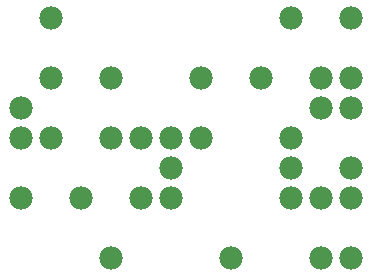
<source format=gts>
G75*
%MOIN*%
%OFA0B0*%
%FSLAX25Y25*%
%IPPOS*%
%LPD*%
%AMOC8*
5,1,8,0,0,1.08239X$1,22.5*
%
%ADD10C,0.07800*%
D10*
X0041500Y0012767D03*
X0031500Y0032767D03*
X0011500Y0032767D03*
X0011500Y0052767D03*
X0021500Y0052767D03*
X0011500Y0062767D03*
X0021500Y0072767D03*
X0041500Y0072767D03*
X0041500Y0052767D03*
X0051500Y0052767D03*
X0061500Y0052767D03*
X0071500Y0052767D03*
X0061500Y0042767D03*
X0061500Y0032767D03*
X0051500Y0032767D03*
X0081500Y0012767D03*
X0101500Y0032767D03*
X0111500Y0032767D03*
X0121500Y0032767D03*
X0121500Y0042767D03*
X0101500Y0042767D03*
X0101500Y0052767D03*
X0111500Y0062767D03*
X0121500Y0062767D03*
X0121500Y0072767D03*
X0111500Y0072767D03*
X0091500Y0072767D03*
X0071500Y0072767D03*
X0101500Y0092767D03*
X0121500Y0092767D03*
X0021500Y0092767D03*
X0111500Y0012767D03*
X0121500Y0012767D03*
M02*

</source>
